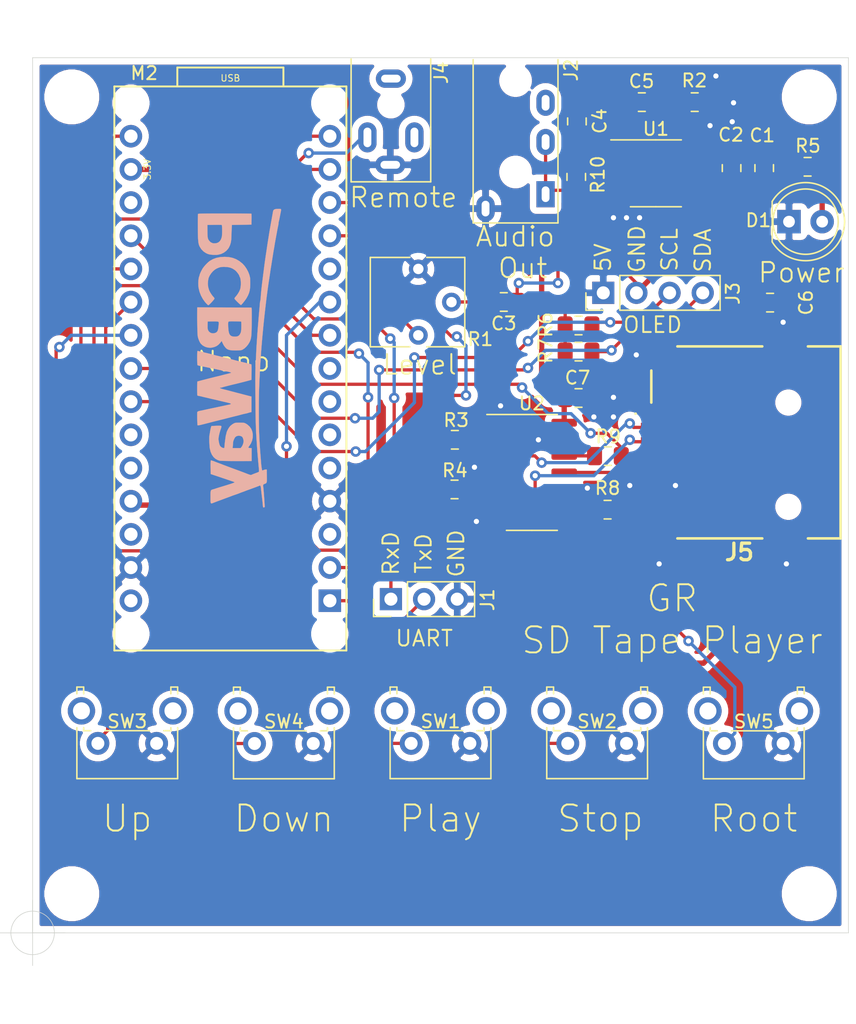
<source format=kicad_pcb>
(kicad_pcb (version 20171130) (host pcbnew "(5.1.2-1)-1")
  (layers (0 F.Cu signal) (31 B.Cu signal) (34 B.Paste user hide) (35 F.Paste user hide) (36 B.SilkS user) (37 F.SilkS user) (38 B.Mask user) (39 F.Mask user) (44 Edge.Cuts user))
  (net 0 "")
  (net 1 +5V)
  (net 2 GNDREF)
  (net 3 "Net-(C3-Pad2)")
  (net 4 "Net-(C3-Pad1)")
  (net 5 /RxD)
  (net 6 /TxD)
  (net 7 "Net-(J2-PadR2)")
  (net 8 /SDA)
  (net 9 /SCL)
  (net 10 /~CS)
  (net 11 /SCK)
  (net 12 /MOSI)
  (net 13 /MISO)
  (net 14 "Net-(M2-PadVIN)")
  (net 15 "Net-(M2-PadRST2)")
  (net 16 "Net-(M2-PadA7)")
  (net 17 "Net-(M2-PadA6)")
  (net 18 "Net-(M2-PadAREF)")
  (net 19 "Net-(M2-PadRST1)")
  (net 20 "Net-(D1-Pad2)")
  (net 21 "Net-(U1-Pad7)")
  (net 22 "Net-(U1-Pad8)")
  (net 23 "Net-(J5-Pad1)")
  (net 24 "Net-(C4-Pad1)")
  (net 25 "Net-(C4-Pad2)")
  (net 26 "Net-(C5-Pad2)")
  (net 27 +3V3)
  (net 28 "Net-(J2-PadR1)")
  (net 29 "Net-(J4-PadG)")
  (net 30 /Remote_Start)
  (net 31 "Net-(J4-PadR)")
  (net 32 "Net-(J5-Pad2)")
  (net 33 "Net-(J5-Pad3)")
  (net 34 "Net-(J5-Pad5)")
  (net 35 "Net-(J5-Pad7)")
  (net 36 "Net-(J5-Pad8)")
  (net 37 "Net-(J5-Pad9)")
  (net 38 /Play)
  (net 39 /Stop)
  (net 40 /Up)
  (net 41 /Down)
  (net 42 /Audio_Out)
  (net 43 "Net-(M2-PadD8)")
  (net 44 /Root)
  (net 45 "Net-(M2-PadD5)")
  (net 46 "Net-(M2-PadD4)")
  (net 47 "Net-(M2-PadD3)")
  (net 48 "Net-(M2-PadD2)")
  (net 49 "Net-(R3-Pad1)")
  (net 50 "Net-(R4-Pad1)")
  (net 51 "Net-(R8-Pad1)")
  (net 52 "Net-(R9-Pad1)")
  (net 53 "Net-(U1-Pad1)")
  (module "_Custom_Footprints:pcb way logo" (layer B.Cu) (at 70 75.5 270)
    (fp_text reference G*** hide)
    (fp_text value LOGO hide)
  )
  (module Connector_PinHeader_2.54mm:PinHeader_1x03_P2.54mm_Vertical (layer F.Cu) (at 80.95 93.95 90)
    (fp_text reference J1 (at -0.05 7.4 90) (layer F.SilkS))
    (fp_text value UART)
    (pad 1 thru_hole rect (at 0 0 90) (size 1.7 1.7) (drill 1) (layers *.Cu *.Mask) (net 5 /RxD))
    (pad 2 thru_hole oval (at 0 2.54 90) (size 1.7 1.7) (drill 1) (layers *.Cu *.Mask) (net 6 /TxD))
    (pad 3 thru_hole oval (at 0 5.08 90) (size 1.7 1.7) (drill 1) (layers *.Cu *.Mask) (net 2 GNDREF))
  )
  (module footprints:Jack_3.5mm_PJ320A_Horizontal (layer F.Cu) (at 87.75 62.95)
    (fp_text reference J2 (at 7 -9.5 270) (layer F.SilkS))
    (fp_text value AudioJack)
    (pad "" np_thru_hole circle (at 2.75 -1.7 270) (size 1.5 1.5) (drill 1.5) (layers *.Cu *.Mask))
    (pad "" np_thru_hole circle (at 2.75 -8.7 270) (size 1.5 1.5) (drill 1.5) (layers *.Cu *.Mask))
    (pad R2 thru_hole oval (at 5.05 -7 270) (size 2 1.4) (drill oval 1.2 0.6) (layers *.Cu *.Mask) (net 7 "Net-(J2-PadR2)"))
    (pad R1 thru_hole oval (at 5.05 -4 270) (size 2 1.4) (drill oval 1.2 0.6) (layers *.Cu *.Mask) (net 28 "Net-(J2-PadR1)"))
    (pad T thru_hole rect (at 5.05 0 270) (size 2 1.4) (drill oval 1.2 0.6) (layers *.Cu *.Mask) (net 28 "Net-(J2-PadR1)"))
    (pad S thru_hole oval (at 0.45 1.1 270) (size 2 1.4) (drill oval 1.2 0.6) (layers *.Cu *.Mask) (net 2 GNDREF))
  )
  (module Arduino:Arduino_Nano_Socket (layer F.Cu) (at 68.65 54.7 180)
    (fp_text reference M2 (at 6.604 1.016) (layer F.SilkS))
    (fp_text value Arduino_Nano_Socket)
    (fp_text user USB (at 0 0.635) (layer F.SilkS) (effects (font (size 0.5 0.5) (thickness 0.075))))
    (fp_text user 3.3V (at 6.35 -6.35 90) (layer F.SilkS) (effects (font (size 0.5 0.5) (thickness 0.075))))
    (pad VIN thru_hole circle (at 7.62 -39.37 180) (size 1.7272 1.7272) (drill 1.016) (layers *.Cu *.Mask) (net 14 "Net-(M2-PadVIN)"))
    (pad GND2 thru_hole circle (at 7.62 -36.83 180) (size 1.7272 1.7272) (drill 1.016) (layers *.Cu *.Mask) (net 2 GNDREF))
    (pad RST2 thru_hole circle (at 7.62 -34.29 180) (size 1.7272 1.7272) (drill 1.016) (layers *.Cu *.Mask) (net 15 "Net-(M2-PadRST2)"))
    (pad 5V thru_hole circle (at 7.62 -31.75 180) (size 1.7272 1.7272) (drill 1.016) (layers *.Cu *.Mask) (net 1 +5V))
    (pad A7 thru_hole circle (at 7.62 -29.21 180) (size 1.7272 1.7272) (drill 1.016) (layers *.Cu *.Mask) (net 16 "Net-(M2-PadA7)"))
    (pad A6 thru_hole circle (at 7.62 -26.67 180) (size 1.7272 1.7272) (drill 1.016) (layers *.Cu *.Mask) (net 17 "Net-(M2-PadA6)"))
    (pad A5 thru_hole circle (at 7.62 -24.13 180) (size 1.7272 1.7272) (drill 1.016) (layers *.Cu *.Mask) (net 9 /SCL))
    (pad A4 thru_hole circle (at 7.62 -21.59 180) (size 1.7272 1.7272) (drill 1.016) (layers *.Cu *.Mask) (net 8 /SDA))
    (pad A3 thru_hole circle (at 7.62 -19.05 180) (size 1.7272 1.7272) (drill 1.016) (layers *.Cu *.Mask) (net 38 /Play))
    (pad A2 thru_hole circle (at 7.62 -16.51 180) (size 1.7272 1.7272) (drill 1.016) (layers *.Cu *.Mask) (net 39 /Stop))
    (pad A1 thru_hole circle (at 7.62 -13.97 180) (size 1.7272 1.7272) (drill 1.016) (layers *.Cu *.Mask) (net 40 /Up))
    (pad A0 thru_hole circle (at 7.62 -11.43 180) (size 1.7272 1.7272) (drill 1.016) (layers *.Cu *.Mask) (net 41 /Down))
    (pad AREF thru_hole circle (at 7.62 -8.89 180) (size 1.7272 1.7272) (drill 1.016) (layers *.Cu *.Mask) (net 18 "Net-(M2-PadAREF)"))
    (pad 3V3 thru_hole circle (at 7.62 -6.35 180) (size 1.7272 1.7272) (drill 1.016) (layers *.Cu *.Mask) (net 27 +3V3))
    (pad D13 thru_hole circle (at 7.62 -3.81 180) (size 1.7272 1.7272) (drill 1.016) (layers *.Cu *.Mask) (net 11 /SCK))
    (pad D12 thru_hole circle (at -7.62 -3.81 180) (size 1.7272 1.7272) (drill 1.016) (layers *.Cu *.Mask) (net 13 /MISO))
    (pad D11 thru_hole circle (at -7.62 -6.35 180) (size 1.7272 1.7272) (drill 1.016) (layers *.Cu *.Mask) (net 12 /MOSI))
    (pad D10 thru_hole circle (at -7.62 -8.89 180) (size 1.7272 1.7272) (drill 1.016) (layers *.Cu *.Mask) (net 10 /~CS))
    (pad D9 thru_hole circle (at -7.62 -11.43 180) (size 1.7272 1.7272) (drill 1.016) (layers *.Cu *.Mask) (net 42 /Audio_Out))
    (pad D8 thru_hole circle (at -7.62 -13.97 180) (size 1.7272 1.7272) (drill 1.016) (layers *.Cu *.Mask) (net 43 "Net-(M2-PadD8)"))
    (pad D7 thru_hole circle (at -7.62 -16.51 180) (size 1.7272 1.7272) (drill 1.016) (layers *.Cu *.Mask) (net 44 /Root))
    (pad D6 thru_hole circle (at -7.62 -19.05 180) (size 1.7272 1.7272) (drill 1.016) (layers *.Cu *.Mask) (net 30 /Remote_Start))
    (pad D5 thru_hole circle (at -7.62 -21.59 180) (size 1.7272 1.7272) (drill 1.016) (layers *.Cu *.Mask) (net 45 "Net-(M2-PadD5)"))
    (pad D4 thru_hole circle (at -7.62 -24.13 180) (size 1.7272 1.7272) (drill 1.016) (layers *.Cu *.Mask) (net 46 "Net-(M2-PadD4)"))
    (pad D3 thru_hole circle (at -7.62 -26.67 180) (size 1.7272 1.7272) (drill 1.016) (layers *.Cu *.Mask) (net 47 "Net-(M2-PadD3)"))
    (pad D2 thru_hole circle (at -7.62 -29.21 180) (size 1.7272 1.7272) (drill 1.016) (layers *.Cu *.Mask) (net 48 "Net-(M2-PadD2)"))
    (pad GND1 thru_hole circle (at -7.62 -31.75 180) (size 1.7272 1.7272) (drill 1.016) (layers *.Cu *.Mask) (net 2 GNDREF))
    (pad RST1 thru_hole circle (at -7.62 -34.29 180) (size 1.7272 1.7272) (drill 1.016) (layers *.Cu *.Mask) (net 19 "Net-(M2-PadRST1)"))
    (pad D0 thru_hole circle (at -7.62 -36.83 180) (size 1.7272 1.7272) (drill 1.016) (layers *.Cu *.Mask) (net 5 /RxD))
    (pad D1 thru_hole rect (at -7.62 -39.37 180) (size 1.7272 1.7272) (drill 1.016) (layers *.Cu *.Mask) (net 6 /TxD))
    (pad "" np_thru_hole circle (at -7.62 -41.91 180) (size 1.85 1.85) (drill 1.85) (layers *.Cu *.Mask))
    (pad "" np_thru_hole circle (at 7.62 -41.91 180) (size 1.85 1.85) (drill 1.85) (layers *.Cu *.Mask))
    (pad "" np_thru_hole circle (at -7.62 -1.27 180) (size 1.85 1.85) (drill 1.85) (layers *.Cu *.Mask))
    (pad "" np_thru_hole circle (at 7.62 -1.27 180) (size 1.85 1.85) (drill 1.85) (layers *.Cu *.Mask))
  )
  (module LED_THT:LED_D5.0mm (layer F.Cu) (at 111.45 65.05)
    (fp_text reference D1 (at -2.35 -0.1) (layer F.SilkS))
    (fp_text value LED_Small_ALT)
    (pad 1 thru_hole rect (at 0 0) (size 1.8 1.8) (drill 0.9) (layers *.Cu *.Mask) (net 2 GNDREF))
    (pad 2 thru_hole circle (at 2.54 0) (size 1.8 1.8) (drill 0.9) (layers *.Cu *.Mask) (net 20 "Net-(D1-Pad2)"))
  )
  (module MountingHole:MountingHole_3.2mm_M3 (layer F.Cu) (at 56.5 123)
    (fp_text reference MH1 hide)
    (fp_text value MountingHole)
    (pad "" np_thru_hole circle (at 0 -6.5) (size 3.2 3.2) (drill 3.2) (layers *.Cu *.Mask))
  )
  (module MountingHole:MountingHole_3.2mm_M3 (layer F.Cu) (at 56.5 55.5)
    (fp_text reference MH2 hide)
    (fp_text value MountingHole)
    (pad 1 np_thru_hole circle (at 0 0) (size 3.2 3.2) (drill 3.2) (layers *.Cu *.Mask))
  )
  (module MountingHole:MountingHole_3.2mm_M3 (layer F.Cu) (at 113 55.5)
    (fp_text reference MH3 hide)
    (fp_text value MountingHole)
    (pad 1 np_thru_hole circle (at 0 0) (size 3.2 3.2) (drill 3.2) (layers *.Cu *.Mask))
  )
  (module MountingHole:MountingHole_3.2mm_M3 (layer F.Cu) (at 113 123)
    (fp_text reference MH4 hide)
    (fp_text value MountingHole)
    (pad "" np_thru_hole circle (at 0 -6.5) (size 3.2 3.2) (drill 3.2) (layers *.Cu *.Mask))
  )
  (module Capacitor_SMD:C_0805_2012Metric_Pad1.15x1.40mm_HandSolder (layer F.Cu) (at 109.55 60.95 270)
    (fp_text reference C1 (at -2.5 0.15 180) (layer F.SilkS))
    (fp_text value 10uF)
    (pad 2 smd roundrect (at 1.025 0 270) (size 1.15 1.4) (layers F.Cu F.Paste F.Mask) (roundrect_rratio 0.217391) (net 1 +5V))
    (pad 1 smd roundrect (at -1.025 0 270) (size 1.15 1.4) (layers F.Cu F.Paste F.Mask) (roundrect_rratio 0.217391) (net 2 GNDREF))
  )
  (module Capacitor_SMD:C_0805_2012Metric_Pad1.15x1.40mm_HandSolder (layer F.Cu) (at 107.05 60.95 90)
    (fp_text reference C2 (at 2.55 -0.05 180) (layer F.SilkS))
    (fp_text value 100nF)
    (pad 1 smd roundrect (at -1.025 0 90) (size 1.15 1.4) (layers F.Cu F.Paste F.Mask) (roundrect_rratio 0.217391) (net 1 +5V))
    (pad 2 smd roundrect (at 1.025 0 90) (size 1.15 1.4) (layers F.Cu F.Paste F.Mask) (roundrect_rratio 0.217391) (net 2 GNDREF))
  )
  (module Capacitor_SMD:C_0805_2012Metric_Pad1.15x1.40mm_HandSolder (layer F.Cu) (at 89.6 71.2 180)
    (fp_text reference C3 (at 0 -1.65) (layer F.SilkS))
    (fp_text value 1uF)
    (pad 1 smd roundrect (at -1.025 0 180) (size 1.15 1.4) (layers F.Cu F.Paste F.Mask) (roundrect_rratio 0.217391) (net 4 "Net-(C3-Pad1)"))
    (pad 2 smd roundrect (at 1.025 0 180) (size 1.15 1.4) (layers F.Cu F.Paste F.Mask) (roundrect_rratio 0.217391) (net 3 "Net-(C3-Pad2)"))
  )
  (module Capacitor_SMD:C_0805_2012Metric_Pad1.15x1.40mm_HandSolder (layer F.Cu) (at 95.2 57.374999 270)
    (fp_text reference C4 (at -0.024999 -1.75 270) (layer F.SilkS))
    (fp_text value 10uF)
    (pad 1 smd roundrect (at -1.025 0 270) (size 1.15 1.4) (layers F.Cu F.Paste F.Mask) (roundrect_rratio 0.217391) (net 24 "Net-(C4-Pad1)"))
    (pad 2 smd roundrect (at 1.025 0 270) (size 1.15 1.4) (layers F.Cu F.Paste F.Mask) (roundrect_rratio 0.217391) (net 25 "Net-(C4-Pad2)"))
  )
  (module Capacitor_SMD:C_0805_2012Metric_Pad1.15x1.40mm_HandSolder (layer F.Cu) (at 100.175001 55.9)
    (fp_text reference C5 (at -0.025001 -1.6) (layer F.SilkS))
    (fp_text value 47nF)
    (pad 2 smd roundrect (at 1.025 0) (size 1.15 1.4) (layers F.Cu F.Paste F.Mask) (roundrect_rratio 0.217391) (net 26 "Net-(C5-Pad2)"))
    (pad 1 smd roundrect (at -1.025 0) (size 1.15 1.4) (layers F.Cu F.Paste F.Mask) (roundrect_rratio 0.217391) (net 24 "Net-(C4-Pad1)"))
  )
  (module Capacitor_SMD:C_0805_2012Metric_Pad1.15x1.40mm_HandSolder (layer F.Cu) (at 110 71.25)
    (fp_text reference C6 (at 2.75 0 90) (layer F.SilkS))
    (fp_text value 1uF)
    (pad 2 smd roundrect (at 1.025 0) (size 1.15 1.4) (layers F.Cu F.Paste F.Mask) (roundrect_rratio 0.217391) (net 2 GNDREF))
    (pad 1 smd roundrect (at -1.025 0) (size 1.15 1.4) (layers F.Cu F.Paste F.Mask) (roundrect_rratio 0.217391) (net 1 +5V))
  )
  (module Capacitor_SMD:C_0805_2012Metric_Pad1.15x1.40mm_HandSolder (layer F.Cu) (at 95.325 78.55)
    (fp_text reference C7 (at -0.075 -1.55 180) (layer F.SilkS))
    (fp_text value 100nF)
    (pad 1 smd roundrect (at -1.025 0) (size 1.15 1.4) (layers F.Cu F.Paste F.Mask) (roundrect_rratio 0.217391) (net 27 +3V3))
    (pad 2 smd roundrect (at 1.025 0) (size 1.15 1.4) (layers F.Cu F.Paste F.Mask) (roundrect_rratio 0.217391) (net 2 GNDREF))
  )
  (module Connector_PinHeader_2.54mm:PinHeader_1x04_P2.54mm_Vertical (layer F.Cu) (at 97.22 70.5 90)
    (fp_text reference J3 (at -0.05 9.93 90) (layer F.SilkS))
    (fp_text value Conn_01x04)
    (pad 1 thru_hole rect (at 0 0 90) (size 1.7 1.7) (drill 1) (layers *.Cu *.Mask) (net 2 GNDREF))
    (pad 2 thru_hole oval (at 0 2.54 90) (size 1.7 1.7) (drill 1) (layers *.Cu *.Mask) (net 1 +5V))
    (pad 3 thru_hole oval (at 0 5.08 90) (size 1.7 1.7) (drill 1) (layers *.Cu *.Mask) (net 9 /SCL))
    (pad 4 thru_hole oval (at 0 7.62 90) (size 1.7 1.7) (drill 1) (layers *.Cu *.Mask) (net 8 /SDA))
  )
  (module footprints:Jack_2.5mm_PJ210B (layer F.Cu) (at 78.4 62.9)
    (fp_text reference J4 (at 6.4 -9.25 90) (layer F.SilkS))
    (fp_text value "2.5mm Jack")
    (pad "" np_thru_hole circle (at 2.55 -6.8 270) (size 1.1 1.1) (drill 1.1) (layers *.Cu *.Mask))
    (pad G thru_hole oval (at 2.55 -8.8 270) (size 1.4 2.3) (drill oval 0.6 1.5) (layers *.Cu *.Mask) (net 29 "Net-(J4-PadG)"))
    (pad T thru_hole oval (at 0.75 -4.3 270) (size 2.3 1.4) (drill oval 1.5 0.6) (layers *.Cu *.Mask) (net 30 /Remote_Start))
    (pad R thru_hole oval (at 4.35 -4.3 270) (size 2.3 1.4) (drill oval 1.5 0.6) (layers *.Cu *.Mask) (net 31 "Net-(J4-PadR)"))
    (pad S thru_hole oval (at 2.5 -2.2 270) (size 1.4 2.3) (drill oval 0.6 1.5) (layers *.Cu *.Mask) (net 2 GNDREF))
  )
  (module footprints:TFP09212B (layer F.Cu) (at 107.75 81.95 180)
    (fp_text reference J5 (at 0.1016 -8.4074) (layer F.SilkS) (effects (font (size 1.27 1.27) (thickness 0.254))))
    (fp_text value "Micro_SD TFP09-2-12B" hide)
    (pad 1 smd rect (at 6.85 2.25 270) (size 0.7 1.6) (layers F.Cu F.Paste F.Mask) (net 23 "Net-(J5-Pad1)"))
    (pad 2 smd rect (at 6.85 1.15 270) (size 0.7 1.6) (layers F.Cu F.Paste F.Mask) (net 32 "Net-(J5-Pad2)"))
    (pad 3 smd rect (at 6.85 0.05 270) (size 0.7 1.6) (layers F.Cu F.Paste F.Mask) (net 33 "Net-(J5-Pad3)"))
    (pad 4 smd rect (at 6.85 -1.05 270) (size 0.7 1.6) (layers F.Cu F.Paste F.Mask) (net 27 +3V3))
    (pad 5 smd rect (at 6.85 -2.15 270) (size 0.7 1.6) (layers F.Cu F.Paste F.Mask) (net 34 "Net-(J5-Pad5)"))
    (pad 6 smd rect (at 6.85 -3.25 270) (size 0.7 1.6) (layers F.Cu F.Paste F.Mask) (net 2 GNDREF))
    (pad 7 smd rect (at 6.85 -4.35 270) (size 0.7 1.6) (layers F.Cu F.Paste F.Mask) (net 35 "Net-(J5-Pad7)"))
    (pad 8 smd rect (at 6.85 -5.45 270) (size 0.7 1.6) (layers F.Cu F.Paste F.Mask) (net 36 "Net-(J5-Pad8)"))
    (pad 11 smd rect (at 6.35 -7.75 270) (size 1.2 1.4) (layers F.Cu F.Paste F.Mask) (net 2 GNDREF))
    (pad 9 smd rect (at 6.85 -6.55 270) (size 0.7 1.6) (layers F.Cu F.Paste F.Mask) (net 37 "Net-(J5-Pad9)"))
    (pad MH1 np_thru_hole circle (at -3.65 3.05 180) (size 1 1) (drill 1) (layers *.Cu *.Mask))
    (pad MH2 np_thru_hole circle (at -3.65 -4.93 180) (size 1 1) (drill 1) (layers *.Cu *.Mask))
    (pad 11 smd rect (at -3.25 7.75 270) (size 1.2 2.2) (layers F.Cu F.Paste F.Mask) (net 2 GNDREF))
    (pad 11 smd rect (at -3.25 -7.75 270) (size 1.2 2.2) (layers F.Cu F.Paste F.Mask) (net 2 GNDREF))
    (pad 11 smd rect (at 6.35 6.85 180) (size 1.4 1.6) (layers F.Cu F.Paste F.Mask) (net 2 GNDREF))
  )
  (module Potentiometer_THT:Potentiometer_Vishay_T73YP_Vertical (layer F.Cu) (at 83.05 73.75)
    (fp_text reference R1 (at 4.75 0.3) (layer F.SilkS))
    (fp_text value 10K)
    (pad 3 thru_hole circle (at 0 -5.08) (size 1.44 1.44) (drill 0.8) (layers *.Cu *.Mask) (net 2 GNDREF))
    (pad 2 thru_hole circle (at 2.54 -2.54) (size 1.44 1.44) (drill 0.8) (layers *.Cu *.Mask) (net 3 "Net-(C3-Pad2)"))
    (pad 1 thru_hole circle (at 0 0) (size 1.44 1.44) (drill 0.8) (layers *.Cu *.Mask) (net 42 /Audio_Out))
  )
  (module Resistor_SMD:R_0805_2012Metric_Pad1.15x1.40mm_HandSolder (layer F.Cu) (at 104.225 55.9)
    (fp_text reference R2 (at -0.025 -1.65) (layer F.SilkS))
    (fp_text value 10r)
    (pad 1 smd roundrect (at -1.025 0) (size 1.15 1.4) (layers F.Cu F.Paste F.Mask) (roundrect_rratio 0.217391) (net 26 "Net-(C5-Pad2)"))
    (pad 2 smd roundrect (at 1.025 0) (size 1.15 1.4) (layers F.Cu F.Paste F.Mask) (roundrect_rratio 0.217391) (net 2 GNDREF))
  )
  (module Resistor_SMD:R_0805_2012Metric_Pad1.15x1.40mm_HandSolder (layer F.Cu) (at 85.85 81.75 180)
    (fp_text reference R3 (at -0.1 1.5) (layer F.SilkS))
    (fp_text value 3.3K)
    (pad 1 smd roundrect (at -1.025 0 180) (size 1.15 1.4) (layers F.Cu F.Paste F.Mask) (roundrect_rratio 0.217391) (net 49 "Net-(R3-Pad1)"))
    (pad 2 smd roundrect (at 1.025 0 180) (size 1.15 1.4) (layers F.Cu F.Paste F.Mask) (roundrect_rratio 0.217391) (net 10 /~CS))
  )
  (module Resistor_SMD:R_0805_2012Metric_Pad1.15x1.40mm_HandSolder (layer F.Cu) (at 85.825001 85.55 180)
    (fp_text reference R4 (at -0.024999 1.45) (layer F.SilkS))
    (fp_text value 3.3K)
    (pad 2 smd roundrect (at 1.025 0 180) (size 1.15 1.4) (layers F.Cu F.Paste F.Mask) (roundrect_rratio 0.217391) (net 12 /MOSI))
    (pad 1 smd roundrect (at -1.025 0 180) (size 1.15 1.4) (layers F.Cu F.Paste F.Mask) (roundrect_rratio 0.217391) (net 50 "Net-(R4-Pad1)"))
  )
  (module Resistor_SMD:R_0805_2012Metric_Pad1.15x1.40mm_HandSolder (layer F.Cu) (at 112.874999 60.85 180)
    (fp_text reference R5 (at -0.025001 1.6) (layer F.SilkS))
    (fp_text value 3.3K)
    (pad 2 smd roundrect (at 1.025 0 180) (size 1.15 1.4) (layers F.Cu F.Paste F.Mask) (roundrect_rratio 0.217391) (net 1 +5V))
    (pad 1 smd roundrect (at -1.025 0 180) (size 1.15 1.4) (layers F.Cu F.Paste F.Mask) (roundrect_rratio 0.217391) (net 20 "Net-(D1-Pad2)"))
  )
  (module Resistor_SMD:R_0805_2012Metric_Pad1.15x1.40mm_HandSolder (layer F.Cu) (at 95.325 73)
    (fp_text reference R6 (at -2.525 -0.05 270) (layer F.SilkS))
    (fp_text value 10K)
    (pad 1 smd roundrect (at -1.025 0) (size 1.15 1.4) (layers F.Cu F.Paste F.Mask) (roundrect_rratio 0.217391) (net 1 +5V))
    (pad 2 smd roundrect (at 1.025 0) (size 1.15 1.4) (layers F.Cu F.Paste F.Mask) (roundrect_rratio 0.217391) (net 9 /SCL))
  )
  (module Resistor_SMD:R_0805_2012Metric_Pad1.15x1.40mm_HandSolder (layer F.Cu) (at 95.325 75)
    (fp_text reference R7 (at -2.525 -0.05 270) (layer F.SilkS))
    (fp_text value 10K)
    (pad 2 smd roundrect (at 1.025 0) (size 1.15 1.4) (layers F.Cu F.Paste F.Mask) (roundrect_rratio 0.217391) (net 8 /SDA))
    (pad 1 smd roundrect (at -1.025 0) (size 1.15 1.4) (layers F.Cu F.Paste F.Mask) (roundrect_rratio 0.217391) (net 1 +5V))
  )
  (module Resistor_SMD:R_0805_2012Metric_Pad1.15x1.40mm_HandSolder (layer F.Cu) (at 97.55 87.1)
    (fp_text reference R8 (at 0 -1.65) (layer F.SilkS))
    (fp_text value 3.3K)
    (pad 1 smd roundrect (at -1.025 0) (size 1.15 1.4) (layers F.Cu F.Paste F.Mask) (roundrect_rratio 0.217391) (net 51 "Net-(R8-Pad1)"))
    (pad 2 smd roundrect (at 1.025 0) (size 1.15 1.4) (layers F.Cu F.Paste F.Mask) (roundrect_rratio 0.217391) (net 35 "Net-(J5-Pad7)"))
  )
  (module Resistor_SMD:R_0805_2012Metric_Pad1.15x1.40mm_HandSolder (layer F.Cu) (at 97.575 83)
    (fp_text reference R9 (at 0.025 -1.5) (layer F.SilkS))
    (fp_text value 3.3K)
    (pad 2 smd roundrect (at 1.025 0) (size 1.15 1.4) (layers F.Cu F.Paste F.Mask) (roundrect_rratio 0.217391) (net 11 /SCK))
    (pad 1 smd roundrect (at -1.025 0) (size 1.15 1.4) (layers F.Cu F.Paste F.Mask) (roundrect_rratio 0.217391) (net 52 "Net-(R9-Pad1)"))
  )
  (module Resistor_SMD:R_0805_2012Metric_Pad1.15x1.40mm_HandSolder (layer F.Cu) (at 95.15 61.624999 90)
    (fp_text reference R10 (at 0.174999 1.65 270) (layer F.SilkS))
    (fp_text value 100r)
    (pad 1 smd roundrect (at -1.025 0 90) (size 1.15 1.4) (layers F.Cu F.Paste F.Mask) (roundrect_rratio 0.217391) (net 28 "Net-(J2-PadR1)"))
    (pad 2 smd roundrect (at 1.025 0 90) (size 1.15 1.4) (layers F.Cu F.Paste F.Mask) (roundrect_rratio 0.217391) (net 25 "Net-(C4-Pad2)"))
  )
  (module Button_Switch_THT:SW_Tactile_SPST_Angled_PTS645Vx31-2LFS (layer F.Cu) (at 87 104.99 180)
    (fp_text reference SW1 (at 2.25 1.68) (layer F.SilkS))
    (fp_text value B3F-3100)
    (pad "" thru_hole circle (at -1.25 2.49 180) (size 2.1 2.1) (drill 1.3) (layers *.Cu *.Mask))
    (pad 1 thru_hole circle (at 0 0 180) (size 1.75 1.75) (drill 0.99) (layers *.Cu *.Mask) (net 2 GNDREF))
    (pad 2 thru_hole circle (at 4.5 0 180) (size 1.75 1.75) (drill 0.99) (layers *.Cu *.Mask) (net 38 /Play))
    (pad "" thru_hole circle (at 5.76 2.49 180) (size 2.1 2.1) (drill 1.3) (layers *.Cu *.Mask))
  )
  (module Button_Switch_THT:SW_Tactile_SPST_Angled_PTS645Vx31-2LFS (layer F.Cu) (at 99 104.99 180)
    (fp_text reference SW2 (at 2.25 1.68) (layer F.SilkS))
    (fp_text value B3F-3100)
    (pad "" thru_hole circle (at 5.76 2.49 180) (size 2.1 2.1) (drill 1.3) (layers *.Cu *.Mask))
    (pad 2 thru_hole circle (at 4.5 0 180) (size 1.75 1.75) (drill 0.99) (layers *.Cu *.Mask) (net 39 /Stop))
    (pad 1 thru_hole circle (at 0 0 180) (size 1.75 1.75) (drill 0.99) (layers *.Cu *.Mask) (net 2 GNDREF))
    (pad "" thru_hole circle (at -1.25 2.49 180) (size 2.1 2.1) (drill 1.3) (layers *.Cu *.Mask))
  )
  (module Button_Switch_THT:SW_Tactile_SPST_Angled_PTS645Vx31-2LFS (layer F.Cu) (at 63 104.99 180)
    (fp_text reference SW3 (at 2.25 1.68) (layer F.SilkS))
    (fp_text value B3F-3100)
    (pad "" thru_hole circle (at -1.25 2.49 180) (size 2.1 2.1) (drill 1.3) (layers *.Cu *.Mask))
    (pad 1 thru_hole circle (at 0 0 180) (size 1.75 1.75) (drill 0.99) (layers *.Cu *.Mask) (net 2 GNDREF))
    (pad 2 thru_hole circle (at 4.5 0 180) (size 1.75 1.75) (drill 0.99) (layers *.Cu *.Mask) (net 40 /Up))
    (pad "" thru_hole circle (at 5.76 2.49 180) (size 2.1 2.1) (drill 1.3) (layers *.Cu *.Mask))
  )
  (module Button_Switch_THT:SW_Tactile_SPST_Angled_PTS645Vx31-2LFS (layer F.Cu) (at 75 105 180)
    (fp_text reference SW4 (at 2.25 1.68) (layer F.SilkS))
    (fp_text value B3F-3100)
    (pad "" thru_hole circle (at 5.76 2.49 180) (size 2.1 2.1) (drill 1.3) (layers *.Cu *.Mask))
    (pad 2 thru_hole circle (at 4.5 0 180) (size 1.75 1.75) (drill 0.99) (layers *.Cu *.Mask) (net 41 /Down))
    (pad 1 thru_hole circle (at 0 0 180) (size 1.75 1.75) (drill 0.99) (layers *.Cu *.Mask) (net 2 GNDREF))
    (pad "" thru_hole circle (at -1.25 2.49 180) (size 2.1 2.1) (drill 1.3) (layers *.Cu *.Mask))
  )
  (module Button_Switch_THT:SW_Tactile_SPST_Angled_PTS645Vx31-2LFS (layer F.Cu) (at 111 105 180)
    (fp_text reference SW5 (at 2.25 1.68) (layer F.SilkS))
    (fp_text value B3F-3100)
    (pad "" thru_hole circle (at 5.76 2.49 180) (size 2.1 2.1) (drill 1.3) (layers *.Cu *.Mask))
    (pad 2 thru_hole circle (at 4.5 0 180) (size 1.75 1.75) (drill 0.99) (layers *.Cu *.Mask) (net 44 /Root))
    (pad 1 thru_hole circle (at 0 0 180) (size 1.75 1.75) (drill 0.99) (layers *.Cu *.Mask) (net 2 GNDREF))
    (pad "" thru_hole circle (at -1.25 2.49 180) (size 2.1 2.1) (drill 1.3) (layers *.Cu *.Mask))
  )
  (module Package_SO:SOIC-8_3.9x4.9mm_P1.27mm (layer F.Cu) (at 101.25 61.35)
    (fp_text reference U1 (at 0 -3.4) (layer F.SilkS))
    (fp_text value LM386)
    (pad 1 smd roundrect (at -2.475 -1.905) (size 1.95 0.6) (layers F.Cu F.Paste F.Mask) (net 53 "Net-(U1-Pad1)"))
    (pad 2 smd roundrect (at -2.475 -0.635) (size 1.95 0.6) (layers F.Cu F.Paste F.Mask) (net 2 GNDREF))
    (pad 3 smd roundrect (at -2.475 0.635) (size 1.95 0.6) (layers F.Cu F.Paste F.Mask) (net 4 "Net-(C3-Pad1)"))
    (pad 4 smd roundrect (at -2.475 1.905) (size 1.95 0.6) (layers F.Cu F.Paste F.Mask) (net 2 GNDREF))
    (pad 5 smd roundrect (at 2.475 1.905) (size 1.95 0.6) (layers F.Cu F.Paste F.Mask) (net 24 "Net-(C4-Pad1)"))
    (pad 6 smd roundrect (at 2.475 0.635) (size 1.95 0.6) (layers F.Cu F.Paste F.Mask) (net 1 +5V))
    (pad 7 smd roundrect (at 2.475 -0.635) (size 1.95 0.6) (layers F.Cu F.Paste F.Mask) (net 21 "Net-(U1-Pad7)"))
    (pad 8 smd roundrect (at 2.475 -1.905) (size 1.95 0.6) (layers F.Cu F.Paste F.Mask) (net 22 "Net-(U1-Pad8)"))
  )
  (module Package_SO:SOIC-14_3.9x8.7mm_P1.27mm (layer F.Cu) (at 91.75 84.25)
    (fp_text reference U2 (at 0 -5.28) (layer F.SilkS))
    (fp_text value 74LVC125)
    (pad 1 smd roundrect (at -2.475 -3.81) (size 1.95 0.6) (layers F.Cu F.Paste F.Mask) (net 2 GNDREF))
    (pad 2 smd roundrect (at -2.475 -2.54) (size 1.95 0.6) (layers F.Cu F.Paste F.Mask) (net 49 "Net-(R3-Pad1)"))
    (pad 3 smd roundrect (at -2.475 -1.27) (size 1.95 0.6) (layers F.Cu F.Paste F.Mask) (net 32 "Net-(J5-Pad2)"))
    (pad 4 smd roundrect (at -2.475 0) (size 1.95 0.6) (layers F.Cu F.Paste F.Mask) (net 2 GNDREF))
    (pad 5 smd roundrect (at -2.475 1.27) (size 1.95 0.6) (layers F.Cu F.Paste F.Mask) (net 50 "Net-(R4-Pad1)"))
    (pad 6 smd roundrect (at -2.475 2.54) (size 1.95 0.6) (layers F.Cu F.Paste F.Mask) (net 33 "Net-(J5-Pad3)"))
    (pad 7 smd roundrect (at -2.475 3.81) (size 1.95 0.6) (layers F.Cu F.Paste F.Mask) (net 2 GNDREF))
    (pad 8 smd roundrect (at 2.475 3.81) (size 1.95 0.6) (layers F.Cu F.Paste F.Mask) (net 13 /MISO))
    (pad 9 smd roundrect (at 2.475 2.54) (size 1.95 0.6) (layers F.Cu F.Paste F.Mask) (net 51 "Net-(R8-Pad1)"))
    (pad 10 smd roundrect (at 2.475 1.27) (size 1.95 0.6) (layers F.Cu F.Paste F.Mask) (net 2 GNDREF))
    (pad 11 smd roundrect (at 2.475 0) (size 1.95 0.6) (layers F.Cu F.Paste F.Mask) (net 34 "Net-(J5-Pad5)"))
    (pad 12 smd roundrect (at 2.475 -1.27) (size 1.95 0.6) (layers F.Cu F.Paste F.Mask) (net 52 "Net-(R9-Pad1)"))
    (pad 13 smd roundrect (at 2.475 -2.54) (size 1.95 0.6) (layers F.Cu F.Paste F.Mask) (net 2 GNDREF))
    (pad 14 smd roundrect (at 2.475 -3.81) (size 1.95 0.6) (layers F.Cu F.Paste F.Mask) (net 27 +3V3))
  )
  (target plus (at 53.5 119.5) (size 5) (width 0.05) (layer Edge.Cuts))
  (gr_text Root (at 108.75 110.75) (layer F.SilkS) (effects (font (size 2 2))))
  (gr_text Stop (at 97 110.75) (layer F.SilkS) (effects (font (size 2 2))))
  (gr_text Play (at 84.75 110.75) (layer F.SilkS) (effects (font (size 2 2))))
  (gr_text Down (at 72.75 110.75) (layer F.SilkS) (effects (font (size 2 2))))
  (gr_text Up (at 60.75 110.75) (layer F.SilkS) (effects (font (size 2 2))))
  (gr_text Level (at 83.15 76) (layer F.SilkS) (effects (font (size 1.5 1.5))))
  (gr_text Remote (at 81.9 63.2) (layer F.SilkS) (effects (font (size 1.5 1.5))))
  (gr_text OLED (at 101 72.95) (layer F.SilkS) (effects (font (size 1.2 1.2))))
  (gr_text UART (at 83.5 96.95) (layer F.SilkS) (effects (font (size 1.2 1.2))))
  (gr_text RxD (at 80.95 90.45 90) (layer F.SilkS) (effects (font (size 1.2 1.2))))
  (gr_text TxD (at 83.45 90.45 90) (layer F.SilkS) (effects (font (size 1.2 1.2))))
  (gr_text GND (at 85.95 90.45 90) (layer F.SilkS) (effects (font (size 1.2 1.2))))
  (gr_text SCL (at 102.3 67.2 90) (layer F.SilkS) (effects (font (size 1.2 1.2))))
  (gr_text SDA (at 104.85 67.25 90) (layer F.SilkS) (effects (font (size 1.2 1.2))))
  (gr_text GND (at 99.8 67.15 90) (layer F.SilkS) (effects (font (size 1.2 1.2))))
  (gr_text 5V (at 97.2 67.8 90) (layer F.SilkS) (effects (font (size 1.2 1.2))))
  (gr_text Power (at 112.4 68.95) (layer F.SilkS) (effects (font (size 1.5 1.5))))
  (gr_text Nano (at 68.9 75.75) (layer F.SilkS) (effects (font (size 1.5 1.5))))
  (gr_text "Audio \nOut" (at 91.05 67.4) (layer F.SilkS) (effects (font (size 1.5 1.5))))
  (gr_line (start 53.5 119.5) (end 53.5 52.5) (layer Edge.Cuts) (width 0.05))
  (gr_line (start 116 119.5) (end 53.5 119.5) (layer Edge.Cuts) (width 0.05))
  (gr_line (start 116 52.5) (end 116 119.5) (layer Edge.Cuts) (width 0.05))
  (gr_line (start 53.5 52.5) (end 116 52.5) (layer Edge.Cuts) (width 0.05))
  (gr_text "GR\nSD Tape Player" (at 102.5 95.5) (layer F.SilkS) (effects (font (size 2 2))))
  (segment (start 109.55 61.975) (end 107.05 61.975) (width 0.4064) (layer F.Cu) (net 1))
  (segment (start 103.735 61.975) (end 103.725 61.985) (width 0.4064) (layer F.Cu) (net 1))
  (segment (start 107.05 61.975) (end 103.735 61.975) (width 0.4064) (layer F.Cu) (net 1))
  (segment (start 110.724999 61.975) (end 111.849999 60.85) (width 0.4064) (layer F.Cu) (net 1))
  (segment (start 109.55 61.975) (end 110.724999 61.975) (width 0.4064) (layer F.Cu) (net 1))
  (segment (start 108.975 71.25) (end 108.975 64.275) (width 0.4064) (layer F.Cu) (net 1))
  (segment (start 109.55 63.7) (end 109.55 61.975) (width 0.4064) (layer F.Cu) (net 1))
  (segment (start 108.975 64.275) (end 109.55 63.7) (width 0.4064) (layer F.Cu) (net 1))
  (segment (start 94.3 75) (end 94.3 73) (width 0.25) (layer F.Cu) (net 1))
  (segment (start 107.5 71.25) (end 108.975 71.25) (width 0.4064) (layer F.Cu) (net 1))
  (segment (start 106.75 70.5) (end 107.5 71.25) (width 0.4064) (layer F.Cu) (net 1))
  (segment (start 106.75 69.5) (end 106.75 70.5) (width 0.4064) (layer F.Cu) (net 1))
  (segment (start 105.5 68.25) (end 106.75 69.5) (width 0.4064) (layer F.Cu) (net 1))
  (segment (start 102 68.25) (end 105.5 68.25) (width 0.4064) (layer F.Cu) (net 1))
  (segment (start 99.76 70.49) (end 102 68.25) (width 0.4064) (layer F.Cu) (net 1))
  (segment (start 99.76 70.5) (end 99.76 70.49) (width 0.4064) (layer F.Cu) (net 1))
  (segment (start 98.5 68.5) (end 99.76 69.76) (width 0.25) (layer F.Cu) (net 1))
  (segment (start 95.25 69.25) (end 96 68.5) (width 0.25) (layer F.Cu) (net 1))
  (segment (start 99.76 69.76) (end 99.76 70.5) (width 0.25) (layer F.Cu) (net 1))
  (segment (start 96 68.5) (end 98.5 68.5) (width 0.25) (layer F.Cu) (net 1))
  (segment (start 95.25 70.75) (end 95.25 69.25) (width 0.25) (layer F.Cu) (net 1))
  (segment (start 94.3 71.7) (end 95.25 70.75) (width 0.25) (layer F.Cu) (net 1))
  (segment (start 94.3 73) (end 94.3 71.7) (width 0.25) (layer F.Cu) (net 1))
  (segment (start 108.975 73.025) (end 108.975 71.25) (width 0.4064) (layer F.Cu) (net 1))
  (segment (start 107.75 74.25) (end 108.975 73.025) (width 0.4064) (layer F.Cu) (net 1))
  (segment (start 107.75 96) (end 107.75 74.25) (width 0.4064) (layer F.Cu) (net 1))
  (segment (start 104.9 98.85) (end 107.75 96) (width 0.4064) (layer F.Cu) (net 1))
  (segment (start 75.45 98.85) (end 104.9 98.85) (width 0.4064) (layer F.Cu) (net 1))
  (segment (start 72.5 95.9) (end 75.45 98.85) (width 0.4064) (layer F.Cu) (net 1))
  (segment (start 72.5 90.25) (end 72.5 95.9) (width 0.4064) (layer F.Cu) (net 1))
  (segment (start 69 86.75) (end 72.5 90.25) (width 0.4064) (layer F.Cu) (net 1))
  (segment (start 61.33 86.75) (end 69 86.75) (width 0.4064) (layer F.Cu) (net 1))
  (segment (start 61.03 86.45) (end 61.33 86.75) (width 0.4064) (layer F.Cu) (net 1))
  (via (at 96.5 80) (size 0.8) (drill 0.4) (layers F.Cu B.Cu) (net 2))
  (via (at 98 78.5) (size 0.8) (drill 0.4) (layers F.Cu B.Cu) (net 2))
  (via (at 98 80) (size 0.8) (drill 0.4) (layers F.Cu B.Cu) (net 2))
  (via (at 99.25 85.25) (size 0.8) (drill 0.4) (layers F.Cu B.Cu) (net 2))
  (via (at 102.75 85.25) (size 0.8) (drill 0.4) (layers F.Cu B.Cu) (net 2))
  (via (at 99.75 75.25) (size 0.8) (drill 0.4) (layers F.Cu B.Cu) (net 2))
  (via (at 101.5 91.25) (size 0.8) (drill 0.4) (layers F.Cu B.Cu) (net 2))
  (via (at 111.25 91.25) (size 0.8) (drill 0.4) (layers F.Cu B.Cu) (net 2))
  (via (at 111 72.75) (size 0.8) (drill 0.4) (layers F.Cu B.Cu) (net 2))
  (via (at 96 85.45) (size 0.8) (drill 0.4) (layers F.Cu B.Cu) (net 2))
  (via (at 92.25 81.75) (size 0.8) (drill 0.4) (layers F.Cu B.Cu) (net 2))
  (via (at 89.35 79.15) (size 0.8) (drill 0.4) (layers F.Cu B.Cu) (net 2))
  (via (at 87.5 88) (size 0.8) (drill 0.4) (layers F.Cu B.Cu) (net 2))
  (via (at 98 64.75) (size 0.8) (drill 0.4) (layers F.Cu B.Cu) (net 2))
  (via (at 99 64.75) (size 0.8) (drill 0.4) (layers F.Cu B.Cu) (net 2))
  (via (at 100 64.75) (size 0.8) (drill 0.4) (layers F.Cu B.Cu) (net 2))
  (via (at 87.35 83.85) (size 0.8) (drill 0.4) (layers F.Cu B.Cu) (net 2))
  (via (at 107.2 55.95) (size 0.8) (drill 0.4) (layers F.Cu B.Cu) (net 2))
  (via (at 105.85 53.9) (size 0.8) (drill 0.4) (layers F.Cu B.Cu) (net 2))
  (via (at 107.1 57.4) (size 0.8) (drill 0.4) (layers F.Cu B.Cu) (net 2))
  (via (at 105.4 57.7) (size 0.8) (drill 0.4) (layers F.Cu B.Cu) (net 2))
  (segment (start 85.6 71.2) (end 85.59 71.21) (width 0.25) (layer F.Cu) (net 3))
  (segment (start 88.575 71.2) (end 85.6 71.2) (width 0.25) (layer F.Cu) (net 3))
  (via (at 90.75 69.75) (size 0.8) (drill 0.4) (layers F.Cu B.Cu) (net 4))
  (segment (start 90.625 69.875) (end 90.75 69.75) (width 0.25) (layer F.Cu) (net 4))
  (segment (start 90.625 71.2) (end 90.625 69.875) (width 0.25) (layer F.Cu) (net 4))
  (via (at 93.75 69.75) (size 0.8) (drill 0.4) (layers F.Cu B.Cu) (net 4))
  (segment (start 90.75 69.75) (end 93.75 69.75) (width 0.25) (layer B.Cu) (net 4))
  (segment (start 93.75 69.75) (end 93.75 68.5) (width 0.25) (layer F.Cu) (net 4))
  (segment (start 93.75 68.5) (end 96.75 65.5) (width 0.25) (layer F.Cu) (net 4))
  (segment (start 96.75 65.5) (end 96.75 62.5) (width 0.25) (layer F.Cu) (net 4))
  (segment (start 97.265 61.985) (end 98.775 61.985) (width 0.25) (layer F.Cu) (net 4))
  (segment (start 96.75 62.5) (end 97.265 61.985) (width 0.25) (layer F.Cu) (net 4))
  (segment (start 76.27 91.53) (end 80.03 91.53) (width 0.25) (layer F.Cu) (net 5))
  (segment (start 80.95 92.45) (end 80.95 93.95) (width 0.25) (layer F.Cu) (net 5))
  (segment (start 80.03 91.53) (end 80.95 92.45) (width 0.25) (layer F.Cu) (net 5))
  (segment (start 76.27 94.07) (end 77.62 94.07) (width 0.25) (layer F.Cu) (net 6))
  (segment (start 77.62 94.07) (end 79.45 95.9) (width 0.25) (layer F.Cu) (net 6))
  (segment (start 81.54 95.9) (end 83.49 93.95) (width 0.25) (layer F.Cu) (net 6))
  (segment (start 79.45 95.9) (end 81.54 95.9) (width 0.25) (layer F.Cu) (net 6))
  (segment (start 101.84 73.5) (end 104.84 70.5) (width 0.25) (layer F.Cu) (net 8))
  (segment (start 99.25 73.5) (end 101.84 73.5) (width 0.25) (layer F.Cu) (net 8))
  (segment (start 96.35 75) (end 97.75 75) (width 0.25) (layer F.Cu) (net 8))
  (segment (start 61.03 76.29) (end 71.24 76.29) (width 0.25) (layer F.Cu) (net 8))
  (via (at 78.2 80.1) (size 0.8) (drill 0.4) (layers F.Cu B.Cu) (net 8))
  (segment (start 75.05 80.1) (end 78.2 80.1) (width 0.25) (layer F.Cu) (net 8))
  (segment (start 71.24 76.29) (end 75.05 80.1) (width 0.25) (layer F.Cu) (net 8))
  (segment (start 78.2 80.1) (end 79.55 80.1) (width 0.25) (layer B.Cu) (net 8))
  (via (at 80.05 76.4) (size 0.8) (drill 0.4) (layers F.Cu B.Cu) (net 8))
  (segment (start 80.05 79.6) (end 80.05 76.4) (width 0.25) (layer B.Cu) (net 8))
  (segment (start 79.55 80.1) (end 80.05 79.6) (width 0.25) (layer B.Cu) (net 8))
  (via (at 91.45 76.25) (size 0.8) (drill 0.4) (layers F.Cu B.Cu) (net 8))
  (segment (start 91.3 76.4) (end 91.45 76.25) (width 0.25) (layer F.Cu) (net 8))
  (segment (start 80.05 76.4) (end 91.3 76.4) (width 0.25) (layer F.Cu) (net 8))
  (via (at 97.85 74.9) (size 0.8) (drill 0.4) (layers F.Cu B.Cu) (net 8))
  (segment (start 92.8 74.9) (end 97.85 74.9) (width 0.25) (layer B.Cu) (net 8))
  (segment (start 91.45 76.25) (end 92.8 74.9) (width 0.25) (layer B.Cu) (net 8))
  (segment (start 97.85 74.9) (end 99.25 73.5) (width 0.25) (layer F.Cu) (net 8))
  (segment (start 97.75 75) (end 97.85 74.9) (width 0.25) (layer F.Cu) (net 8))
  (segment (start 100.05 72.75) (end 102.3 70.5) (width 0.25) (layer F.Cu) (net 9))
  (segment (start 96.35 73) (end 96.6 72.75) (width 0.25) (layer F.Cu) (net 9))
  (segment (start 61.03 78.83) (end 71.13 78.83) (width 0.25) (layer F.Cu) (net 9))
  (via (at 78.25 82.65) (size 0.8) (drill 0.4) (layers F.Cu B.Cu) (net 9))
  (segment (start 74.95 82.65) (end 78.25 82.65) (width 0.25) (layer F.Cu) (net 9))
  (segment (start 71.13 78.83) (end 74.95 82.65) (width 0.25) (layer F.Cu) (net 9))
  (segment (start 78.25 82.65) (end 79 82.65) (width 0.25) (layer B.Cu) (net 9))
  (via (at 82.75 75.45) (size 0.8) (drill 0.4) (layers F.Cu B.Cu) (net 9))
  (segment (start 82.75 78.9) (end 82.75 75.45) (width 0.25) (layer B.Cu) (net 9))
  (segment (start 79 82.65) (end 82.75 78.9) (width 0.25) (layer B.Cu) (net 9))
  (segment (start 82.75 75.45) (end 85.35 75.45) (width 0.25) (layer F.Cu) (net 9))
  (via (at 91.45 74.2) (size 0.8) (drill 0.4) (layers F.Cu B.Cu) (net 9))
  (segment (start 90.2 75.45) (end 91.45 74.2) (width 0.25) (layer F.Cu) (net 9))
  (segment (start 85.35 75.45) (end 90.2 75.45) (width 0.25) (layer F.Cu) (net 9))
  (via (at 97.75 72.75) (size 0.8) (drill 0.4) (layers F.Cu B.Cu) (net 9))
  (segment (start 91.45 74.2) (end 92.9 72.75) (width 0.25) (layer B.Cu) (net 9))
  (segment (start 97.75 72.75) (end 100.05 72.75) (width 0.25) (layer F.Cu) (net 9))
  (segment (start 92.9 72.75) (end 97.75 72.75) (width 0.25) (layer B.Cu) (net 9))
  (segment (start 96.6 72.75) (end 97.75 72.75) (width 0.25) (layer F.Cu) (net 9))
  (via (at 86.7 78.35) (size 0.8) (drill 0.4) (layers F.Cu B.Cu) (net 10))
  (segment (start 86.7 78.35) (end 85.8 78.35) (width 0.25) (layer F.Cu) (net 10))
  (segment (start 84.825 79.325) (end 84.825 81.75) (width 0.25) (layer F.Cu) (net 10))
  (segment (start 85.8 78.35) (end 84.825 79.325) (width 0.25) (layer F.Cu) (net 10))
  (segment (start 77.84 63.59) (end 76.27 63.59) (width 0.25) (layer F.Cu) (net 10))
  (segment (start 81.3 67.05) (end 77.84 63.59) (width 0.25) (layer F.Cu) (net 10))
  (segment (start 81.3 69.55) (end 81.3 67.05) (width 0.25) (layer F.Cu) (net 10))
  (segment (start 85.6 73.85) (end 81.3 69.55) (width 0.25) (layer F.Cu) (net 10))
  (segment (start 86 73.85) (end 85.6 73.85) (width 0.25) (layer F.Cu) (net 10))
  (segment (start 86.7 74.55) (end 86.7 78.35) (width 0.25) (layer B.Cu) (net 10))
  (segment (start 86 73.85) (end 86.7 74.55) (width 0.25) (layer B.Cu) (net 10))
  (via (at 86 73.85) (size 0.8) (drill 0.4) (layers F.Cu B.Cu) (net 10))
  (segment (start 98.6 83) (end 98.6 82.35) (width 0.25) (layer F.Cu) (net 11))
  (via (at 96.25 81.25) (size 0.8) (drill 0.4) (layers F.Cu B.Cu) (net 11))
  (segment (start 97.5 81.25) (end 96.25 81.25) (width 0.25) (layer F.Cu) (net 11))
  (segment (start 98.6 82.35) (end 97.5 81.25) (width 0.25) (layer F.Cu) (net 11))
  (segment (start 96.25 81.25) (end 95.25 80.25) (width 0.25) (layer B.Cu) (net 11))
  (segment (start 95.25 80.25) (end 94.75 79.75) (width 0.25) (layer B.Cu) (net 11))
  (segment (start 93 79.75) (end 91 77.75) (width 0.25) (layer B.Cu) (net 11))
  (via (at 91 77.75) (size 0.8) (drill 0.4) (layers F.Cu B.Cu) (net 11))
  (segment (start 94.75 79.75) (end 93 79.75) (width 0.25) (layer B.Cu) (net 11))
  (segment (start 58.6 59.75) (end 59.84 58.51) (width 0.25) (layer F.Cu) (net 11))
  (segment (start 59.45 64.85) (end 58.6 64) (width 0.25) (layer F.Cu) (net 11))
  (segment (start 62.35 64.85) (end 59.45 64.85) (width 0.25) (layer F.Cu) (net 11))
  (segment (start 58.6 64) (end 58.6 59.75) (width 0.25) (layer F.Cu) (net 11))
  (segment (start 75 77.5) (end 62.35 64.85) (width 0.25) (layer F.Cu) (net 11))
  (segment (start 90.75 77.5) (end 75 77.5) (width 0.25) (layer F.Cu) (net 11))
  (segment (start 59.84 58.51) (end 61.03 58.51) (width 0.25) (layer F.Cu) (net 11))
  (segment (start 91 77.75) (end 90.75 77.5) (width 0.25) (layer F.Cu) (net 11))
  (segment (start 76.27 61.05) (end 74.85 61.05) (width 0.25) (layer F.Cu) (net 12))
  (segment (start 74.85 61.05) (end 74.05 61.85) (width 0.25) (layer F.Cu) (net 12))
  (segment (start 74.05 61.85) (end 74.05 71.5) (width 0.25) (layer F.Cu) (net 12))
  (segment (start 74.05 71.5) (end 75.05 72.5) (width 0.25) (layer F.Cu) (net 12))
  (via (at 80.9 74) (size 0.8) (drill 0.4) (layers F.Cu B.Cu) (net 12))
  (segment (start 79.4 72.5) (end 80.9 74) (width 0.25) (layer F.Cu) (net 12))
  (segment (start 75.05 72.5) (end 79.4 72.5) (width 0.25) (layer F.Cu) (net 12))
  (via (at 81.2 78.55) (size 0.8) (drill 0.4) (layers F.Cu B.Cu) (net 12))
  (segment (start 81.2 74.3) (end 81.2 78.55) (width 0.25) (layer B.Cu) (net 12))
  (segment (start 80.9 74) (end 81.2 74.3) (width 0.25) (layer B.Cu) (net 12))
  (segment (start 81.2 78.55) (end 81.2 83.4) (width 0.25) (layer F.Cu) (net 12))
  (segment (start 83.35 85.55) (end 84.800001 85.55) (width 0.25) (layer F.Cu) (net 12))
  (segment (start 81.2 83.4) (end 83.35 85.55) (width 0.25) (layer F.Cu) (net 12))
  (via (at 79.2 78.5) (size 0.8) (drill 0.4) (layers F.Cu B.Cu) (net 13))
  (segment (start 79.2 78.5) (end 79.2 85.75) (width 0.25) (layer F.Cu) (net 13))
  (segment (start 79.2 85.75) (end 83.9 90.45) (width 0.25) (layer F.Cu) (net 13))
  (segment (start 83.9 90.45) (end 93.75 90.45) (width 0.25) (layer F.Cu) (net 13))
  (segment (start 94.225 89.975) (end 94.225 88.06) (width 0.25) (layer F.Cu) (net 13))
  (segment (start 93.75 90.45) (end 94.225 89.975) (width 0.25) (layer F.Cu) (net 13))
  (segment (start 74.14 58.51) (end 76.27 58.51) (width 0.25) (layer F.Cu) (net 13))
  (segment (start 72.55 60.1) (end 74.14 58.51) (width 0.25) (layer F.Cu) (net 13))
  (segment (start 72.55 72.7) (end 72.55 60.1) (width 0.25) (layer F.Cu) (net 13))
  (segment (start 74.9 75.05) (end 72.55 72.7) (width 0.25) (layer F.Cu) (net 13))
  (segment (start 78.4 75.05) (end 74.9 75.05) (width 0.25) (layer F.Cu) (net 13))
  (segment (start 78.5 75.15) (end 78.4 75.05) (width 0.25) (layer F.Cu) (net 13))
  (segment (start 79.2 75.85) (end 79.2 78.5) (width 0.25) (layer B.Cu) (net 13))
  (segment (start 78.5 75.15) (end 79.2 75.85) (width 0.25) (layer B.Cu) (net 13))
  (via (at 78.5 75.15) (size 0.8) (drill 0.4) (layers F.Cu B.Cu) (net 13))
  (segment (start 113.99 60.940001) (end 113.899999 60.85) (width 0.4064) (layer F.Cu) (net 20))
  (segment (start 113.99 65.05) (end 113.99 60.940001) (width 0.4064) (layer F.Cu) (net 20))
  (segment (start 99.150001 57.400001) (end 99.150001 55.9) (width 0.25) (layer F.Cu) (net 24))
  (segment (start 99.5 57.75) (end 99.150001 57.400001) (width 0.25) (layer F.Cu) (net 24))
  (segment (start 100.5 57.75) (end 99.5 57.75) (width 0.25) (layer F.Cu) (net 24))
  (segment (start 101.25 58.5) (end 100.5 57.75) (width 0.25) (layer F.Cu) (net 24))
  (segment (start 101.25 62.25) (end 101.25 58.5) (width 0.25) (layer F.Cu) (net 24))
  (segment (start 102.255 63.255) (end 101.25 62.25) (width 0.25) (layer F.Cu) (net 24))
  (segment (start 103.725 63.255) (end 102.255 63.255) (width 0.25) (layer F.Cu) (net 24))
  (segment (start 99.150001 55.9) (end 97.1 55.9) (width 0.25) (layer F.Cu) (net 24))
  (segment (start 96.650001 56.349999) (end 95.2 56.349999) (width 0.25) (layer F.Cu) (net 24))
  (segment (start 97.1 55.9) (end 96.650001 56.349999) (width 0.25) (layer F.Cu) (net 24))
  (segment (start 95.2 60.549999) (end 95.15 60.599999) (width 0.25) (layer F.Cu) (net 25))
  (segment (start 95.2 58.399999) (end 95.2 60.549999) (width 0.25) (layer F.Cu) (net 25))
  (segment (start 101.200001 55.9) (end 103.2 55.9) (width 0.25) (layer F.Cu) (net 26))
  (segment (start 94.225 78.625) (end 94.3 78.55) (width 0.4064) (layer F.Cu) (net 27))
  (segment (start 94.225 80.44) (end 94.225 78.625) (width 0.4064) (layer F.Cu) (net 27))
  (segment (start 102.25 83) (end 100.9 83) (width 0.4064) (layer F.Cu) (net 27))
  (segment (start 103 82.25) (end 102.25 83) (width 0.4064) (layer F.Cu) (net 27))
  (segment (start 103 79) (end 103 82.25) (width 0.4064) (layer F.Cu) (net 27))
  (segment (start 101.75 77.75) (end 103 79) (width 0.4064) (layer F.Cu) (net 27))
  (segment (start 100.75 77.75) (end 101.75 77.75) (width 0.4064) (layer F.Cu) (net 27))
  (segment (start 99.75 76.75) (end 100.75 77.75) (width 0.4064) (layer F.Cu) (net 27))
  (segment (start 94.75 76.75) (end 99.75 76.75) (width 0.4064) (layer F.Cu) (net 27))
  (segment (start 94.3 77.2) (end 94.75 76.75) (width 0.4064) (layer F.Cu) (net 27))
  (segment (start 94.3 78.55) (end 94.3 77.2) (width 0.4064) (layer F.Cu) (net 27))
  (segment (start 93.05 78.55) (end 94.3 78.55) (width 0.4064) (layer F.Cu) (net 27))
  (segment (start 92.5 78) (end 93.05 78.55) (width 0.4064) (layer F.Cu) (net 27))
  (segment (start 92.5 68.75) (end 92.5 78) (width 0.4064) (layer F.Cu) (net 27))
  (segment (start 90.5 66.75) (end 92.5 68.75) (width 0.4064) (layer F.Cu) (net 27))
  (segment (start 82.75 66.75) (end 90.5 66.75) (width 0.4064) (layer F.Cu) (net 27))
  (segment (start 77.75 61.75) (end 82.75 66.75) (width 0.4064) (layer F.Cu) (net 27))
  (segment (start 77.75 55) (end 77.75 61.75) (width 0.4064) (layer F.Cu) (net 27))
  (segment (start 76.95 54.2) (end 77.75 55) (width 0.4064) (layer F.Cu) (net 27))
  (segment (start 72.55 54.2) (end 76.95 54.2) (width 0.4064) (layer F.Cu) (net 27))
  (segment (start 65.7 61.05) (end 72.55 54.2) (width 0.4064) (layer F.Cu) (net 27))
  (segment (start 61.03 61.05) (end 65.7 61.05) (width 0.4064) (layer F.Cu) (net 27))
  (segment (start 92.8 58.95) (end 92.8 62.95) (width 0.25) (layer F.Cu) (net 28))
  (segment (start 93.100001 62.649999) (end 92.8 62.95) (width 0.25) (layer F.Cu) (net 28))
  (segment (start 95.15 62.649999) (end 93.100001 62.649999) (width 0.25) (layer F.Cu) (net 28))
  (segment (start 77.55 59.8) (end 74.65 59.8) (width 0.25) (layer B.Cu) (net 30))
  (via (at 74.65 59.8) (size 0.8) (drill 0.4) (layers F.Cu B.Cu) (net 30))
  (segment (start 74.9 73.75) (end 76.27 73.75) (width 0.25) (layer F.Cu) (net 30))
  (segment (start 73.35 72.2) (end 74.9 73.75) (width 0.25) (layer F.Cu) (net 30))
  (segment (start 73.35 61) (end 73.35 72.2) (width 0.25) (layer F.Cu) (net 30))
  (segment (start 74.55 59.8) (end 73.35 61) (width 0.25) (layer F.Cu) (net 30))
  (segment (start 74.65 59.8) (end 74.55 59.8) (width 0.25) (layer F.Cu) (net 30))
  (segment (start 78.75 58.6) (end 77.775 59.575) (width 0.25) (layer B.Cu) (net 30))
  (segment (start 79.15 58.6) (end 78.75 58.6) (width 0.25) (layer B.Cu) (net 30))
  (segment (start 77.775 59.575) (end 77.55 59.8) (width 0.25) (layer B.Cu) (net 30))
  (segment (start 78.7 58.65) (end 77.775 59.575) (width 0.25) (layer B.Cu) (net 30))
  (via (at 92.5 83.5) (size 0.8) (drill 0.4) (layers F.Cu B.Cu) (net 32))
  (segment (start 91.98 82.98) (end 89.275 82.98) (width 0.25) (layer F.Cu) (net 32))
  (segment (start 92.5 83.5) (end 91.98 82.98) (width 0.25) (layer F.Cu) (net 32))
  (segment (start 99.55 80.8) (end 100.9 80.8) (width 0.25) (layer F.Cu) (net 32))
  (segment (start 99.25 80.5) (end 99.55 80.8) (width 0.25) (layer F.Cu) (net 32))
  (via (at 99.25 80.5) (size 0.8) (drill 0.4) (layers F.Cu B.Cu) (net 32))
  (segment (start 96 83.5) (end 92.5 83.5) (width 0.25) (layer B.Cu) (net 32))
  (segment (start 99 80.5) (end 96 83.5) (width 0.25) (layer B.Cu) (net 32))
  (segment (start 99.25 80.5) (end 99 80.5) (width 0.25) (layer B.Cu) (net 32))
  (via (at 99.25 81.75) (size 0.8) (drill 0.4) (layers F.Cu B.Cu) (net 33))
  (segment (start 99.4 81.9) (end 99.25 81.75) (width 0.25) (layer F.Cu) (net 33))
  (segment (start 100.9 81.9) (end 99.4 81.9) (width 0.25) (layer F.Cu) (net 33))
  (via (at 92 84.5) (size 0.8) (drill 0.4) (layers F.Cu B.Cu) (net 33))
  (segment (start 96.5 84.5) (end 92 84.5) (width 0.25) (layer B.Cu) (net 33))
  (segment (start 99.25 81.75) (end 96.5 84.5) (width 0.25) (layer B.Cu) (net 33))
  (segment (start 92 84.5) (end 92 86) (width 0.25) (layer F.Cu) (net 33))
  (segment (start 91.21 86.79) (end 89.275 86.79) (width 0.25) (layer F.Cu) (net 33))
  (segment (start 92 86) (end 91.21 86.79) (width 0.25) (layer F.Cu) (net 33))
  (segment (start 100.75 84.25) (end 100.9 84.1) (width 0.25) (layer F.Cu) (net 34))
  (segment (start 94.225 84.25) (end 100.75 84.25) (width 0.25) (layer F.Cu) (net 34))
  (segment (start 99.4 86.75) (end 98.625 86.75) (width 0.25) (layer F.Cu) (net 35))
  (segment (start 99.85 86.3) (end 99.4 86.75) (width 0.25) (layer F.Cu) (net 35))
  (segment (start 100.9 86.3) (end 99.85 86.3) (width 0.25) (layer F.Cu) (net 35))
  (segment (start 82.5 104.99) (end 80.46 104.99) (width 0.25) (layer F.Cu) (net 38))
  (segment (start 80.46 104.99) (end 77.2 108.25) (width 0.25) (layer F.Cu) (net 38))
  (segment (start 77.2 108.25) (end 58.1 108.25) (width 0.25) (layer F.Cu) (net 38))
  (segment (start 58.1 108.25) (end 55.3 105.45) (width 0.25) (layer F.Cu) (net 38))
  (via (at 55.55 74.65) (size 0.8) (drill 0.4) (layers F.Cu B.Cu) (net 38))
  (segment (start 55.3 74.9) (end 55.55 74.65) (width 0.25) (layer F.Cu) (net 38))
  (segment (start 55.3 105.45) (end 55.3 74.9) (width 0.25) (layer F.Cu) (net 38))
  (segment (start 56.45 73.75) (end 61.03 73.75) (width 0.25) (layer B.Cu) (net 38))
  (segment (start 55.55 74.65) (end 56.45 73.75) (width 0.25) (layer B.Cu) (net 38))
  (segment (start 59.1 73.14) (end 61.03 71.21) (width 0.25) (layer F.Cu) (net 39))
  (segment (start 59.1 89.35) (end 59.1 73.14) (width 0.25) (layer F.Cu) (net 39))
  (segment (start 92.39 104.99) (end 90.5 103.1) (width 0.25) (layer F.Cu) (net 39))
  (segment (start 60 90.25) (end 59.1 89.35) (width 0.25) (layer F.Cu) (net 39))
  (segment (start 62.55 90.25) (end 60 90.25) (width 0.25) (layer F.Cu) (net 39))
  (segment (start 63.85 91.55) (end 62.55 90.25) (width 0.25) (layer F.Cu) (net 39))
  (segment (start 63.85 95.3) (end 63.85 91.55) (width 0.25) (layer F.Cu) (net 39))
  (segment (start 69.05 100.5) (end 63.85 95.3) (width 0.25) (layer F.Cu) (net 39))
  (segment (start 89.6 100.5) (end 69.05 100.5) (width 0.25) (layer F.Cu) (net 39))
  (segment (start 90.5 101.4) (end 89.6 100.5) (width 0.25) (layer F.Cu) (net 39))
  (segment (start 90.5 103.1) (end 90.5 101.4) (width 0.25) (layer F.Cu) (net 39))
  (segment (start 94.5 104.99) (end 92.39 104.99) (width 0.25) (layer F.Cu) (net 39))
  (segment (start 58.5 104.99) (end 58.5 104.75) (width 0.25) (layer F.Cu) (net 40))
  (segment (start 58.5 104.75) (end 59.25 104) (width 0.25) (layer F.Cu) (net 40))
  (segment (start 59.25 104) (end 59.25 101.15) (width 0.25) (layer F.Cu) (net 40))
  (segment (start 59.25 101.15) (end 57.2 99.1) (width 0.25) (layer F.Cu) (net 40))
  (segment (start 57.2 99.1) (end 57.2 70.3) (width 0.25) (layer F.Cu) (net 40))
  (segment (start 58.83 68.67) (end 61.03 68.67) (width 0.25) (layer F.Cu) (net 40))
  (segment (start 57.2 70.3) (end 58.83 68.67) (width 0.25) (layer F.Cu) (net 40))
  (segment (start 62.85 67.95) (end 61.03 66.13) (width 0.25) (layer F.Cu) (net 41))
  (segment (start 62.85 69.55) (end 62.85 67.95) (width 0.25) (layer F.Cu) (net 41))
  (segment (start 62.45 69.95) (end 62.85 69.55) (width 0.25) (layer F.Cu) (net 41))
  (segment (start 59.6 69.95) (end 62.45 69.95) (width 0.25) (layer F.Cu) (net 41))
  (segment (start 58.2 71.35) (end 59.6 69.95) (width 0.25) (layer F.Cu) (net 41))
  (segment (start 58.2 97.75) (end 58.2 71.35) (width 0.25) (layer F.Cu) (net 41))
  (segment (start 59.6 99.15) (end 58.2 97.75) (width 0.25) (layer F.Cu) (net 41))
  (segment (start 64.7 99.15) (end 59.6 99.15) (width 0.25) (layer F.Cu) (net 41))
  (segment (start 66.45 100.9) (end 64.7 99.15) (width 0.25) (layer F.Cu) (net 41))
  (segment (start 66.45 103.3) (end 66.45 100.9) (width 0.25) (layer F.Cu) (net 41))
  (segment (start 70.5 105) (end 68.15 105) (width 0.25) (layer F.Cu) (net 41))
  (segment (start 68.15 105) (end 66.45 103.3) (width 0.25) (layer F.Cu) (net 41))
  (segment (start 83.05 73.75) (end 80.25 70.95) (width 0.25) (layer F.Cu) (net 42))
  (segment (start 80.25 70.95) (end 80.25 67.25) (width 0.25) (layer F.Cu) (net 42))
  (segment (start 79.13 66.13) (end 76.27 66.13) (width 0.25) (layer F.Cu) (net 42))
  (segment (start 80.25 67.25) (end 79.13 66.13) (width 0.25) (layer F.Cu) (net 42))
  (segment (start 76.27 71.21) (end 75.49 71.21) (width 0.25) (layer B.Cu) (net 44))
  (via (at 72.95 82.25) (size 0.8) (drill 0.4) (layers F.Cu B.Cu) (net 44))
  (segment (start 72.95 73.75) (end 72.95 82.25) (width 0.25) (layer B.Cu) (net 44))
  (segment (start 75.49 71.21) (end 72.95 73.75) (width 0.25) (layer B.Cu) (net 44))
  (segment (start 72.95 82.25) (end 72.95 87.75) (width 0.25) (layer F.Cu) (net 44))
  (segment (start 72.95 87.75) (end 75.4 90.2) (width 0.25) (layer F.Cu) (net 44))
  (segment (start 75.4 90.2) (end 81.75 90.2) (width 0.25) (layer F.Cu) (net 44))
  (segment (start 81.75 90.2) (end 82.9 91.35) (width 0.25) (layer F.Cu) (net 44))
  (segment (start 82.9 91.35) (end 89.55 91.35) (width 0.25) (layer F.Cu) (net 44))
  (via (at 103.75 97.15) (size 0.8) (drill 0.4) (layers F.Cu B.Cu) (net 44))
  (segment (start 97.95 91.35) (end 103.75 97.15) (width 0.25) (layer F.Cu) (net 44))
  (segment (start 89.55 91.35) (end 97.95 91.35) (width 0.25) (layer F.Cu) (net 44))
  (segment (start 103.75 97.15) (end 107.3 100.7) (width 0.25) (layer B.Cu) (net 44))
  (segment (start 107.3 104.2) (end 106.5 105) (width 0.25) (layer B.Cu) (net 44))
  (segment (start 107.3 100.7) (end 107.3 104.2) (width 0.25) (layer B.Cu) (net 44))
  (segment (start 89.235 81.75) (end 89.275 81.71) (width 0.25) (layer F.Cu) (net 49))
  (segment (start 86.875 81.75) (end 89.235 81.75) (width 0.25) (layer F.Cu) (net 49))
  (segment (start 89.245 85.55) (end 89.275 85.52) (width 0.25) (layer F.Cu) (net 50))
  (segment (start 86.850001 85.55) (end 89.245 85.55) (width 0.25) (layer F.Cu) (net 50))
  (segment (start 96.535 86.79) (end 96.575 86.75) (width 0.25) (layer F.Cu) (net 51))
  (segment (start 94.225 86.79) (end 96.535 86.79) (width 0.25) (layer F.Cu) (net 51))
  (segment (start 96.53 82.98) (end 96.55 83) (width 0.25) (layer F.Cu) (net 52))
  (segment (start 94.225 82.98) (end 96.53 82.98) (width 0.25) (layer F.Cu) (net 52))
  (zone (net 2) (net_name GNDREF) (layer F.Cu) (connect_pads (clearance 0.508)) (min_thickness 0.254) (fill yes (arc_segments 32) (thermal_gap 0.508) (thermal_bridge_width 0.508))
    (polygon (pts (xy 53.5 52.5) (xy 116.6 52.4) (xy 116.55 119.7) (xy 53.45 119.8)))
  )
  (zone (net 2) (net_name GNDREF) (layer B.Cu) (connect_pads (clearance 0.508)) (min_thickness 0.254) (fill yes (arc_segments 32) (thermal_gap 0.508) (thermal_bridge_width 0.508))
    (polygon (pts (xy 53.5 52.46023) (xy 116.55 52.7) (xy 116.275 120.119885) (xy 53.225 119.880115)))
  )
)
</source>
